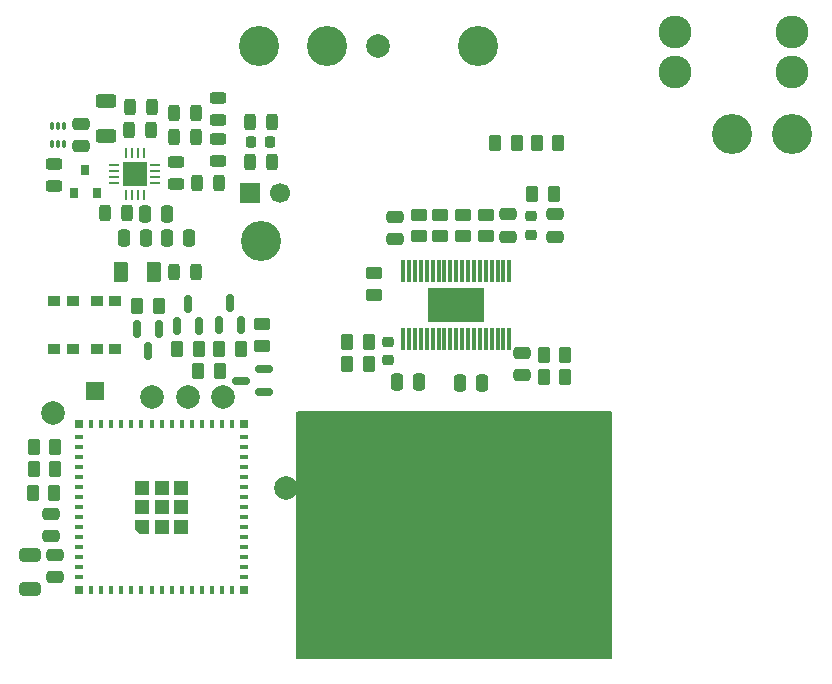
<source format=gbs>
G04 #@! TF.GenerationSoftware,KiCad,Pcbnew,9.0.5*
G04 #@! TF.CreationDate,2025-12-26T12:12:57+01:00*
G04 #@! TF.ProjectId,peak-ignitor-box,7065616b-2d69-4676-9e69-746f722d626f,rev?*
G04 #@! TF.SameCoordinates,Original*
G04 #@! TF.FileFunction,Soldermask,Bot*
G04 #@! TF.FilePolarity,Negative*
%FSLAX46Y46*%
G04 Gerber Fmt 4.6, Leading zero omitted, Abs format (unit mm)*
G04 Created by KiCad (PCBNEW 9.0.5) date 2025-12-26 12:12:57*
%MOMM*%
%LPD*%
G01*
G04 APERTURE LIST*
G04 Aperture macros list*
%AMRoundRect*
0 Rectangle with rounded corners*
0 $1 Rounding radius*
0 $2 $3 $4 $5 $6 $7 $8 $9 X,Y pos of 4 corners*
0 Add a 4 corners polygon primitive as box body*
4,1,4,$2,$3,$4,$5,$6,$7,$8,$9,$2,$3,0*
0 Add four circle primitives for the rounded corners*
1,1,$1+$1,$2,$3*
1,1,$1+$1,$4,$5*
1,1,$1+$1,$6,$7*
1,1,$1+$1,$8,$9*
0 Add four rect primitives between the rounded corners*
20,1,$1+$1,$2,$3,$4,$5,0*
20,1,$1+$1,$4,$5,$6,$7,0*
20,1,$1+$1,$6,$7,$8,$9,0*
20,1,$1+$1,$8,$9,$2,$3,0*%
%AMOutline5P*
0 Free polygon, 5 corners , with rotation*
0 The origin of the aperture is its center*
0 number of corners: always 5*
0 $1 to $10 corner X, Y*
0 $11 Rotation angle, in degrees counterclockwise*
0 create outline with 5 corners*
4,1,5,$1,$2,$3,$4,$5,$6,$7,$8,$9,$10,$1,$2,$11*%
%AMOutline6P*
0 Free polygon, 6 corners , with rotation*
0 The origin of the aperture is its center*
0 number of corners: always 6*
0 $1 to $12 corner X, Y*
0 $13 Rotation angle, in degrees counterclockwise*
0 create outline with 6 corners*
4,1,6,$1,$2,$3,$4,$5,$6,$7,$8,$9,$10,$11,$12,$1,$2,$13*%
%AMOutline7P*
0 Free polygon, 7 corners , with rotation*
0 The origin of the aperture is its center*
0 number of corners: always 7*
0 $1 to $14 corner X, Y*
0 $15 Rotation angle, in degrees counterclockwise*
0 create outline with 7 corners*
4,1,7,$1,$2,$3,$4,$5,$6,$7,$8,$9,$10,$11,$12,$13,$14,$1,$2,$15*%
%AMOutline8P*
0 Free polygon, 8 corners , with rotation*
0 The origin of the aperture is its center*
0 number of corners: always 8*
0 $1 to $16 corner X, Y*
0 $17 Rotation angle, in degrees counterclockwise*
0 create outline with 8 corners*
4,1,8,$1,$2,$3,$4,$5,$6,$7,$8,$9,$10,$11,$12,$13,$14,$15,$16,$1,$2,$17*%
G04 Aperture macros list end*
%ADD10RoundRect,0.250000X0.475000X-0.250000X0.475000X0.250000X-0.475000X0.250000X-0.475000X-0.250000X0*%
%ADD11R,1.700000X1.700000*%
%ADD12C,1.700000*%
%ADD13C,2.780000*%
%ADD14C,2.000000*%
%ADD15C,3.400000*%
%ADD16RoundRect,0.062500X-0.062500X0.337500X-0.062500X-0.337500X0.062500X-0.337500X0.062500X0.337500X0*%
%ADD17RoundRect,0.062500X-0.337500X0.062500X-0.337500X-0.062500X0.337500X-0.062500X0.337500X0.062500X0*%
%ADD18R,2.140000X2.140000*%
%ADD19RoundRect,0.243750X-0.456250X0.243750X-0.456250X-0.243750X0.456250X-0.243750X0.456250X0.243750X0*%
%ADD20RoundRect,0.243750X0.243750X0.456250X-0.243750X0.456250X-0.243750X-0.456250X0.243750X-0.456250X0*%
%ADD21RoundRect,0.243750X-0.243750X-0.456250X0.243750X-0.456250X0.243750X0.456250X-0.243750X0.456250X0*%
%ADD22RoundRect,0.218750X0.218750X0.256250X-0.218750X0.256250X-0.218750X-0.256250X0.218750X-0.256250X0*%
%ADD23R,0.800000X0.900000*%
%ADD24RoundRect,0.243750X0.456250X-0.243750X0.456250X0.243750X-0.456250X0.243750X-0.456250X-0.243750X0*%
%ADD25RoundRect,0.250000X-0.625000X0.312500X-0.625000X-0.312500X0.625000X-0.312500X0.625000X0.312500X0*%
%ADD26RoundRect,0.250000X0.375000X0.625000X-0.375000X0.625000X-0.375000X-0.625000X0.375000X-0.625000X0*%
%ADD27RoundRect,0.250000X-0.250000X-0.475000X0.250000X-0.475000X0.250000X0.475000X-0.250000X0.475000X0*%
%ADD28RoundRect,0.250000X0.250000X0.475000X-0.250000X0.475000X-0.250000X-0.475000X0.250000X-0.475000X0*%
%ADD29RoundRect,0.250000X0.450000X-0.262500X0.450000X0.262500X-0.450000X0.262500X-0.450000X-0.262500X0*%
%ADD30RoundRect,0.250000X-0.262500X-0.450000X0.262500X-0.450000X0.262500X0.450000X-0.262500X0.450000X0*%
%ADD31R,1.000000X0.900000*%
%ADD32RoundRect,0.150000X0.150000X-0.587500X0.150000X0.587500X-0.150000X0.587500X-0.150000X-0.587500X0*%
%ADD33RoundRect,0.050000X-0.100000X0.285000X-0.100000X-0.285000X0.100000X-0.285000X0.100000X0.285000X0*%
%ADD34RoundRect,0.250000X-0.475000X0.250000X-0.475000X-0.250000X0.475000X-0.250000X0.475000X0.250000X0*%
%ADD35RoundRect,0.250000X0.262500X0.450000X-0.262500X0.450000X-0.262500X-0.450000X0.262500X-0.450000X0*%
%ADD36RoundRect,0.250000X-0.650000X0.325000X-0.650000X-0.325000X0.650000X-0.325000X0.650000X0.325000X0*%
%ADD37RoundRect,0.150000X-0.150000X0.587500X-0.150000X-0.587500X0.150000X-0.587500X0.150000X0.587500X0*%
%ADD38R,0.800000X0.400000*%
%ADD39R,0.400000X0.800000*%
%ADD40R,1.200000X1.200000*%
%ADD41Outline5P,-0.600000X0.600000X0.600000X0.600000X0.600000X-0.600000X-0.204000X-0.600000X-0.600000X-0.204000X0.000000*%
%ADD42R,0.800000X0.800000*%
%ADD43RoundRect,0.225000X0.250000X-0.225000X0.250000X0.225000X-0.250000X0.225000X-0.250000X-0.225000X0*%
%ADD44RoundRect,0.150000X0.587500X0.150000X-0.587500X0.150000X-0.587500X-0.150000X0.587500X-0.150000X0*%
%ADD45R,1.500000X1.500000*%
%ADD46RoundRect,0.225000X-0.250000X0.225000X-0.250000X-0.225000X0.250000X-0.225000X0.250000X0.225000X0*%
%ADD47R,0.312473X1.955432*%
%ADD48R,4.700001X2.899999*%
G04 APERTURE END LIST*
D10*
X202100000Y-119050000D03*
X202100000Y-117150000D03*
D11*
X219025000Y-90050000D03*
D12*
X221565000Y-90050000D03*
D13*
X254940000Y-76400000D03*
X254940000Y-79800000D03*
X264860000Y-76400000D03*
X264860000Y-79800000D03*
D14*
X222000000Y-115000000D03*
X213705000Y-107250000D03*
D15*
X225500000Y-77600000D03*
D14*
X216705000Y-107250000D03*
X210705000Y-107250000D03*
D15*
X264900000Y-85000000D03*
X238255000Y-77600000D03*
D14*
X229805000Y-77600000D03*
D15*
X219950000Y-94050000D03*
D14*
X202305000Y-108600000D03*
D15*
X259800000Y-85000000D03*
X219750000Y-77600000D03*
D16*
X208487500Y-86650000D03*
X208987500Y-86650000D03*
X209487500Y-86650000D03*
X209987500Y-86650000D03*
D17*
X210987500Y-87650000D03*
X210987500Y-88150000D03*
X210987500Y-88650000D03*
X210987500Y-89150000D03*
D16*
X209987500Y-90150000D03*
X209487500Y-90150000D03*
X208987500Y-90150000D03*
X208487500Y-90150000D03*
D17*
X207487500Y-89150000D03*
X207487500Y-88650000D03*
X207487500Y-88150000D03*
X207487500Y-87650000D03*
D18*
X209237500Y-88400000D03*
D19*
X216237500Y-81938000D03*
X216237500Y-83813000D03*
D20*
X210675000Y-82710000D03*
X208800000Y-82710000D03*
X220837500Y-87400000D03*
X218962500Y-87400000D03*
D21*
X212569500Y-83256500D03*
X214444500Y-83256500D03*
D19*
X212681500Y-87350500D03*
X212681500Y-89225500D03*
D21*
X212569500Y-85288500D03*
X214444500Y-85288500D03*
D22*
X220675000Y-85700000D03*
X219100000Y-85700000D03*
D23*
X206000000Y-90035000D03*
X204100000Y-90035000D03*
X205050000Y-88035000D03*
D20*
X208587500Y-91700000D03*
X206712500Y-91700000D03*
D21*
X214462500Y-89200000D03*
X216337500Y-89200000D03*
D24*
X216237500Y-87290500D03*
X216237500Y-85415500D03*
D20*
X220887500Y-84000000D03*
X219012500Y-84000000D03*
D24*
X202355000Y-89397500D03*
X202355000Y-87522500D03*
D25*
X206837500Y-82247500D03*
X206837500Y-85172500D03*
D20*
X210634500Y-84653500D03*
X208759500Y-84653500D03*
X214437500Y-96700000D03*
X212562500Y-96700000D03*
D26*
X210900000Y-96700000D03*
X208100000Y-96700000D03*
D27*
X208300000Y-93800000D03*
X210200000Y-93800000D03*
D28*
X212000000Y-91800000D03*
X210100000Y-91800000D03*
D29*
X233299999Y-93674808D03*
X233299999Y-91849808D03*
D30*
X227237500Y-104500000D03*
X229062500Y-104500000D03*
D27*
X236750000Y-106100000D03*
X238650000Y-106100000D03*
D31*
X207600000Y-103250000D03*
X207600000Y-99150000D03*
X206000000Y-103250000D03*
X206000000Y-99150000D03*
D32*
X218242500Y-101212500D03*
X216342500Y-101212500D03*
X217292500Y-99337500D03*
D29*
X229500000Y-98625000D03*
X229500000Y-96800000D03*
D33*
X231250000Y-114060000D03*
X231750000Y-114060000D03*
X232250000Y-114060000D03*
X232250000Y-115540000D03*
X231750000Y-115540000D03*
X231250000Y-115540000D03*
D34*
X242037500Y-103550000D03*
X242037500Y-105450000D03*
D10*
X244799999Y-93712308D03*
X244799999Y-91812308D03*
D35*
X245075000Y-85750000D03*
X243250000Y-85750000D03*
D28*
X213850000Y-93800000D03*
X211950000Y-93800000D03*
D35*
X244712499Y-90062308D03*
X242887499Y-90062308D03*
D36*
X200400000Y-120625000D03*
X200400000Y-123575000D03*
D30*
X200687500Y-111500000D03*
X202512500Y-111500000D03*
X216380000Y-103175000D03*
X218205000Y-103175000D03*
D33*
X202200000Y-84360000D03*
X202700000Y-84360000D03*
X203200000Y-84360000D03*
X203200000Y-85840000D03*
X202700000Y-85840000D03*
X202200000Y-85840000D03*
D35*
X245700000Y-105600000D03*
X243875000Y-105600000D03*
D37*
X209392500Y-101525000D03*
X211292500Y-101525000D03*
X210342500Y-103400000D03*
D35*
X245700000Y-103700000D03*
X243875000Y-103700000D03*
D31*
X202400000Y-99150000D03*
X202400000Y-103250000D03*
X204000000Y-99150000D03*
X204000000Y-103250000D03*
D30*
X227237500Y-102600000D03*
X229062500Y-102600000D03*
D29*
X220042500Y-102937500D03*
X220042500Y-101112500D03*
D35*
X202412500Y-115400000D03*
X200587500Y-115400000D03*
D38*
X204500000Y-122550000D03*
X204500000Y-121700000D03*
X204500000Y-120850000D03*
X204500000Y-120000000D03*
X204500000Y-119150000D03*
X204500000Y-118300000D03*
X204500000Y-117450000D03*
X204500000Y-116600000D03*
X204500000Y-115750000D03*
X204500000Y-114900000D03*
X204500000Y-114050000D03*
X204500000Y-113200000D03*
X204500000Y-112350000D03*
X204500000Y-111500000D03*
X204500000Y-110650000D03*
D39*
X205550000Y-109600000D03*
X206400000Y-109600000D03*
X207250000Y-109600000D03*
X208100000Y-109600000D03*
X208950000Y-109600000D03*
X209800000Y-109600000D03*
X210650000Y-109600000D03*
X211500000Y-109600000D03*
X212350000Y-109600000D03*
X213200000Y-109600000D03*
X214050000Y-109600000D03*
X214900000Y-109600000D03*
X215750000Y-109600000D03*
X216600000Y-109600000D03*
X217450000Y-109600000D03*
D38*
X218500000Y-110650000D03*
X218500000Y-111500000D03*
X218500000Y-112350000D03*
X218500000Y-113200000D03*
X218500000Y-114050000D03*
X218500000Y-114900000D03*
X218500000Y-115750000D03*
X218500000Y-116600000D03*
X218500000Y-117450000D03*
X218500000Y-118300000D03*
X218500000Y-119150000D03*
X218500000Y-120000000D03*
X218500000Y-120850000D03*
X218500000Y-121700000D03*
X218500000Y-122550000D03*
D39*
X217450000Y-123600000D03*
X216600000Y-123600000D03*
X215750000Y-123600000D03*
X214900000Y-123600000D03*
X214050000Y-123600000D03*
X213200000Y-123600000D03*
X212350000Y-123600000D03*
X211500000Y-123600000D03*
X210650000Y-123600000D03*
X209800000Y-123600000D03*
X208950000Y-123600000D03*
X208100000Y-123600000D03*
X207250000Y-123600000D03*
X206400000Y-123600000D03*
X205550000Y-123600000D03*
D40*
X209850000Y-114950000D03*
X209850000Y-116600000D03*
D41*
X209850000Y-118250000D03*
D40*
X211500000Y-114950000D03*
X211500000Y-116600000D03*
X211500000Y-118250000D03*
X213150000Y-114950000D03*
X213150000Y-116600000D03*
X213150000Y-118250000D03*
D42*
X204500000Y-123600000D03*
X204500000Y-109600000D03*
X218500000Y-109600000D03*
X218500000Y-123600000D03*
D30*
X209442500Y-99562500D03*
X211267500Y-99562500D03*
D43*
X242799999Y-93537308D03*
X242799999Y-91987308D03*
D10*
X231300000Y-93900000D03*
X231300000Y-92000000D03*
D29*
X236999999Y-93674808D03*
X236999999Y-91849808D03*
D44*
X220142500Y-104950000D03*
X220142500Y-106850000D03*
X218267500Y-105900000D03*
D10*
X240799999Y-93712308D03*
X240799999Y-91812308D03*
D29*
X238949999Y-93674808D03*
X238949999Y-91849808D03*
D35*
X216425000Y-105100000D03*
X214600000Y-105100000D03*
D34*
X202500000Y-120650000D03*
X202500000Y-122550000D03*
D45*
X205900000Y-106800000D03*
D32*
X214692500Y-101242500D03*
X212792500Y-101242500D03*
X213742500Y-99367500D03*
D30*
X200687500Y-113400000D03*
X202512500Y-113400000D03*
D28*
X233300000Y-106000000D03*
X231400000Y-106000000D03*
D10*
X233750000Y-116000000D03*
X233750000Y-114100000D03*
X204700000Y-86050000D03*
X204700000Y-84150000D03*
D29*
X235099999Y-93674808D03*
X235099999Y-91849808D03*
D46*
X230650000Y-102625000D03*
X230650000Y-104175000D03*
D30*
X212830000Y-103205000D03*
X214655000Y-103205000D03*
D47*
X231949998Y-96636924D03*
X232449999Y-96636924D03*
X232949998Y-96636924D03*
X233450000Y-96636924D03*
X233949999Y-96636924D03*
X234449998Y-96636924D03*
X234949999Y-96636924D03*
X235449998Y-96636924D03*
X235950000Y-96636924D03*
X236449999Y-96636924D03*
X236949998Y-96636924D03*
X237450000Y-96636924D03*
X237949999Y-96636924D03*
X238450000Y-96636924D03*
X238949999Y-96636924D03*
X239449998Y-96636924D03*
X239950000Y-96636924D03*
X240449999Y-96636924D03*
X240950000Y-96636924D03*
X240950000Y-102387692D03*
X240449999Y-102387692D03*
X239950000Y-102387692D03*
X239449998Y-102387692D03*
X238949999Y-102387692D03*
X238450000Y-102387692D03*
X237949999Y-102387692D03*
X237450000Y-102387692D03*
X236949998Y-102387692D03*
X236449999Y-102387692D03*
X235950000Y-102387692D03*
X235449998Y-102387692D03*
X234949999Y-102387692D03*
X234449998Y-102387692D03*
X233949999Y-102387692D03*
X233450000Y-102387692D03*
X232949998Y-102387692D03*
X232449999Y-102387692D03*
X231949998Y-102387692D03*
D48*
X236449999Y-99512308D03*
D35*
X241575000Y-85750000D03*
X239750000Y-85750000D03*
G36*
X249598039Y-108519685D02*
G01*
X249643794Y-108572489D01*
X249655000Y-108624000D01*
X249655000Y-129376000D01*
X249635315Y-129443039D01*
X249582511Y-129488794D01*
X249531000Y-129500000D01*
X223029000Y-129500000D01*
X222961961Y-129480315D01*
X222916206Y-129427511D01*
X222905000Y-129376000D01*
X222905000Y-108624000D01*
X222924685Y-108556961D01*
X222977489Y-108511206D01*
X223029000Y-108500000D01*
X249531000Y-108500000D01*
X249598039Y-108519685D01*
G37*
M02*

</source>
